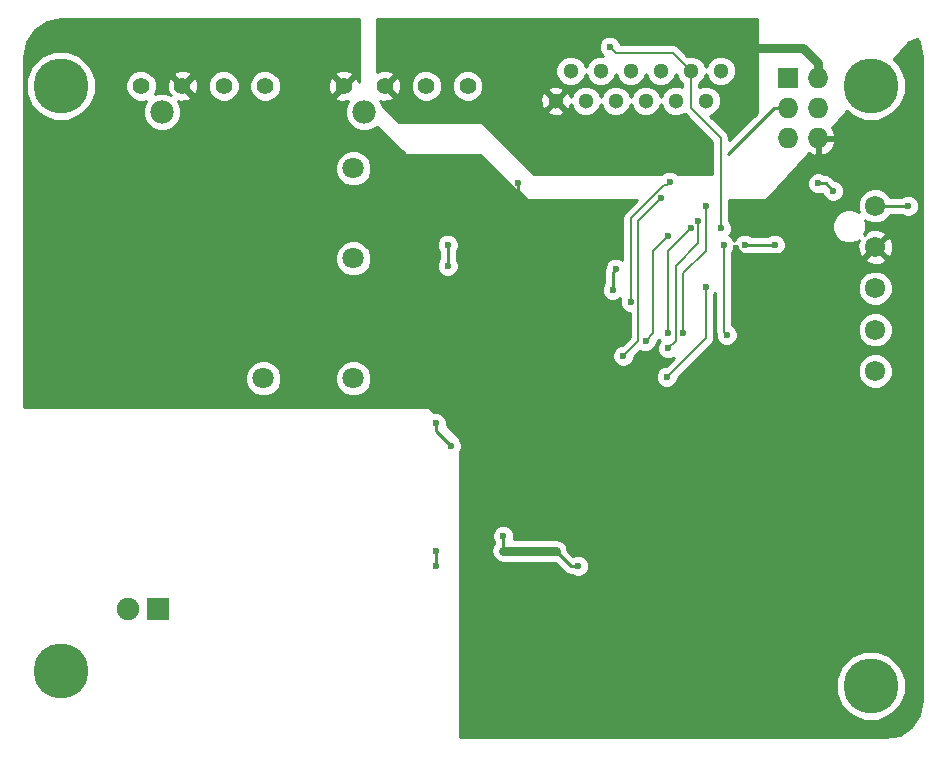
<source format=gbl>
G04 #@! TF.FileFunction,Copper,L2,Bot,Signal*
%FSLAX46Y46*%
G04 Gerber Fmt 4.6, Leading zero omitted, Abs format (unit mm)*
G04 Created by KiCad (PCBNEW 4.0.7-e2-6376~58~ubuntu14.04.1) date Thu Feb  8 20:55:41 2018*
%MOMM*%
%LPD*%
G01*
G04 APERTURE LIST*
%ADD10C,0.100000*%
%ADD11C,4.648200*%
%ADD12C,1.397000*%
%ADD13C,1.981000*%
%ADD14R,1.900000X1.900000*%
%ADD15C,1.900000*%
%ADD16C,1.800000*%
%ADD17R,1.727200X1.727200*%
%ADD18O,1.727200X1.727200*%
%ADD19C,1.300000*%
%ADD20C,1.724000*%
%ADD21C,0.600000*%
%ADD22C,0.254000*%
%ADD23C,0.762000*%
%ADD24C,0.152400*%
G04 APERTURE END LIST*
D10*
D11*
X196850000Y-116840000D03*
X128270000Y-66040000D03*
X128270000Y-115570000D03*
X196850000Y-66040000D03*
D12*
X155730000Y-66040000D03*
X152230000Y-66040000D03*
D13*
X153980000Y-68270000D03*
D12*
X159230000Y-66040000D03*
X162730000Y-66040000D03*
D14*
X136485000Y-110295000D03*
D15*
X133985000Y-110295000D03*
D16*
X153035000Y-90805000D03*
X153035000Y-80645000D03*
X153035000Y-73025000D03*
X145415000Y-90805000D03*
D17*
X189865000Y-65405000D03*
D18*
X192405000Y-65405000D03*
X189865000Y-67945000D03*
X192405000Y-67945000D03*
X189865000Y-70485000D03*
X192405000Y-70485000D03*
D19*
X175260000Y-67310000D03*
X172720000Y-67310000D03*
X170180000Y-67310000D03*
X177800000Y-67310000D03*
X171450000Y-64770000D03*
X173990000Y-64770000D03*
X176530000Y-64770000D03*
X179070000Y-64770000D03*
X180340000Y-67310000D03*
X181610000Y-64770000D03*
X182880000Y-67310000D03*
X184150000Y-64770000D03*
D12*
X138585000Y-66040000D03*
X135085000Y-66040000D03*
D13*
X136835000Y-68270000D03*
D12*
X142085000Y-66040000D03*
X145585000Y-66040000D03*
D20*
X197240000Y-76185000D03*
X197240000Y-79685000D03*
X197240000Y-83185000D03*
X197240000Y-86685000D03*
X197240000Y-90185000D03*
D21*
X194945000Y-73025000D03*
X192405000Y-76200000D03*
X158496000Y-73406000D03*
X167005000Y-74295000D03*
X170815000Y-110490000D03*
X190500000Y-80010000D03*
X149860000Y-91440000D03*
X159385000Y-87630000D03*
X170815000Y-78740000D03*
X190500000Y-89535000D03*
X159385000Y-78740000D03*
X156845000Y-77470000D03*
X168910000Y-96520000D03*
X166948723Y-108641277D03*
X165100000Y-85090000D03*
X168275000Y-83185000D03*
X171450000Y-84455000D03*
X185420000Y-79756000D03*
X135890000Y-92710000D03*
X138938000Y-89154000D03*
X139192000Y-80010000D03*
X127508000Y-76962000D03*
X139446000Y-69596000D03*
X131572000Y-70358000D03*
X163068000Y-115824000D03*
X175768000Y-117602000D03*
X161036000Y-81280000D03*
X161036000Y-79502000D03*
X175260000Y-81534000D03*
X175006000Y-83312000D03*
X173990000Y-70104000D03*
X193675000Y-74930000D03*
X192405000Y-74295000D03*
X200025000Y-76200000D03*
X170180000Y-105410000D03*
X172085000Y-106680000D03*
X175895000Y-71120000D03*
X165735000Y-105410000D03*
X165735000Y-104140000D03*
X161290000Y-96520000D03*
X160020000Y-94615000D03*
X188722000Y-79502000D03*
X186182000Y-79502000D03*
X160020000Y-106680000D03*
X160020000Y-105410000D03*
X179705000Y-78740000D03*
X177800000Y-87630000D03*
X175895000Y-88900000D03*
X179070000Y-75565000D03*
X179705000Y-88265000D03*
X182245000Y-77470000D03*
X182880000Y-83058000D03*
X179578000Y-90678000D03*
X184404000Y-79502000D03*
X184658000Y-87122000D03*
X174752000Y-62738000D03*
X184150000Y-78105000D03*
X182880000Y-76200000D03*
X180975000Y-86995000D03*
X179705000Y-86995000D03*
X181610000Y-78105000D03*
X176530000Y-84328000D03*
X179832000Y-74168000D03*
D22*
X167005000Y-74295000D02*
X167005000Y-74930000D01*
X167005000Y-74930000D02*
X170815000Y-78740000D01*
X185420000Y-79756000D02*
X185928000Y-80264000D01*
X185928000Y-80264000D02*
X189992000Y-80264000D01*
D23*
X170180000Y-105410000D02*
X165735000Y-105410000D01*
D22*
X161036000Y-81280000D02*
X161036000Y-79502000D01*
X175006000Y-83312000D02*
X175006000Y-81788000D01*
X175006000Y-81788000D02*
X175260000Y-81534000D01*
X192405000Y-74295000D02*
X193040000Y-74295000D01*
X193040000Y-74295000D02*
X193675000Y-74930000D01*
X200025000Y-76200000D02*
X197255000Y-76200000D01*
X197255000Y-76200000D02*
X197240000Y-76185000D01*
X172085000Y-106680000D02*
X171450000Y-106680000D01*
X171450000Y-106680000D02*
X170180000Y-105410000D01*
D23*
X191135000Y-62865000D02*
X182880000Y-62865000D01*
X192405000Y-64135000D02*
X191135000Y-62865000D01*
X192405000Y-65405000D02*
X192405000Y-64135000D01*
D22*
X165735000Y-104140000D02*
X165735000Y-105410000D01*
X160020000Y-94615000D02*
X160020000Y-95250000D01*
X160020000Y-95250000D02*
X161290000Y-96520000D01*
X186182000Y-79502000D02*
X188722000Y-79502000D01*
X160020000Y-105410000D02*
X160020000Y-106680000D01*
D24*
X179705000Y-78740000D02*
X178435000Y-80010000D01*
X178435000Y-80010000D02*
X178435000Y-86995000D01*
X178435000Y-86995000D02*
X177800000Y-87630000D01*
X175895000Y-88900000D02*
X177165000Y-87630000D01*
X177165000Y-87630000D02*
X177165000Y-77470000D01*
X177165000Y-77470000D02*
X179070000Y-75565000D01*
X179705000Y-88265000D02*
X180340000Y-87630000D01*
X180340000Y-87630000D02*
X180340000Y-81280000D01*
X180340000Y-81280000D02*
X182245000Y-79375000D01*
X182245000Y-79375000D02*
X182245000Y-77470000D01*
D22*
X189865000Y-67945000D02*
X188643686Y-67945000D01*
X188643686Y-67945000D02*
X184785000Y-71803686D01*
D24*
X182880000Y-87376000D02*
X182880000Y-83058000D01*
X179578000Y-90678000D02*
X182880000Y-87376000D01*
X184404000Y-86868000D02*
X184404000Y-79502000D01*
X184658000Y-87122000D02*
X184404000Y-86868000D01*
X180086000Y-63246000D02*
X181610000Y-64770000D01*
X175260000Y-63246000D02*
X180086000Y-63246000D01*
X174752000Y-62738000D02*
X175260000Y-63246000D01*
X181610000Y-64770000D02*
X181610000Y-67945000D01*
X184150000Y-70485000D02*
X184150000Y-78105000D01*
X181610000Y-67945000D02*
X184150000Y-70485000D01*
X182880000Y-76200000D02*
X182880000Y-80010000D01*
X182880000Y-80010000D02*
X180975000Y-81915000D01*
X180975000Y-81915000D02*
X180975000Y-86995000D01*
X179705000Y-80010000D02*
X179705000Y-86995000D01*
X181610000Y-78105000D02*
X179705000Y-80010000D01*
X176530000Y-77216000D02*
X176530000Y-84328000D01*
X179324000Y-74422000D02*
X176530000Y-77216000D01*
X179578000Y-74422000D02*
X179324000Y-74422000D01*
X179832000Y-74168000D02*
X179578000Y-74422000D01*
D22*
G36*
X187198000Y-68313056D02*
X184861200Y-70649856D01*
X184861200Y-70485000D01*
X184807063Y-70212836D01*
X184755906Y-70136274D01*
X184652894Y-69982105D01*
X183227554Y-68556766D01*
X183606943Y-68400005D01*
X183968735Y-68038845D01*
X184164777Y-67566724D01*
X184165223Y-67055519D01*
X183970005Y-66583057D01*
X183608845Y-66221265D01*
X183136724Y-66025223D01*
X182625519Y-66024777D01*
X182321200Y-66150519D01*
X182321200Y-65866510D01*
X182336943Y-65860005D01*
X182698735Y-65498845D01*
X182880205Y-65061818D01*
X183059995Y-65496943D01*
X183421155Y-65858735D01*
X183893276Y-66054777D01*
X184404481Y-66055223D01*
X184876943Y-65860005D01*
X185238735Y-65498845D01*
X185434777Y-65026724D01*
X185435223Y-64515519D01*
X185240005Y-64043057D01*
X184878845Y-63681265D01*
X184406724Y-63485223D01*
X183895519Y-63484777D01*
X183423057Y-63679995D01*
X183061265Y-64041155D01*
X182879795Y-64478182D01*
X182700005Y-64043057D01*
X182338845Y-63681265D01*
X181866724Y-63485223D01*
X181355519Y-63484777D01*
X181337861Y-63492073D01*
X180588894Y-62743106D01*
X180358165Y-62588937D01*
X180086000Y-62534800D01*
X175679711Y-62534800D01*
X175545117Y-62209057D01*
X175282327Y-61945808D01*
X174938799Y-61803162D01*
X174566833Y-61802838D01*
X174223057Y-61944883D01*
X173959808Y-62207673D01*
X173817162Y-62551201D01*
X173816838Y-62923167D01*
X173958883Y-63266943D01*
X174176721Y-63485162D01*
X173735519Y-63484777D01*
X173263057Y-63679995D01*
X172901265Y-64041155D01*
X172719795Y-64478182D01*
X172540005Y-64043057D01*
X172178845Y-63681265D01*
X171706724Y-63485223D01*
X171195519Y-63484777D01*
X170723057Y-63679995D01*
X170361265Y-64041155D01*
X170165223Y-64513276D01*
X170164777Y-65024481D01*
X170359995Y-65496943D01*
X170721155Y-65858735D01*
X171193276Y-66054777D01*
X171704481Y-66055223D01*
X172176943Y-65860005D01*
X172538735Y-65498845D01*
X172720205Y-65061818D01*
X172899995Y-65496943D01*
X173261155Y-65858735D01*
X173733276Y-66054777D01*
X174244481Y-66055223D01*
X174716943Y-65860005D01*
X175078735Y-65498845D01*
X175260205Y-65061818D01*
X175439995Y-65496943D01*
X175801155Y-65858735D01*
X176273276Y-66054777D01*
X176784481Y-66055223D01*
X177256943Y-65860005D01*
X177618735Y-65498845D01*
X177800205Y-65061818D01*
X177979995Y-65496943D01*
X178341155Y-65858735D01*
X178813276Y-66054777D01*
X179324481Y-66055223D01*
X179796943Y-65860005D01*
X180158735Y-65498845D01*
X180340205Y-65061818D01*
X180519995Y-65496943D01*
X180881155Y-65858735D01*
X180898800Y-65866062D01*
X180898800Y-66150656D01*
X180596724Y-66025223D01*
X180085519Y-66024777D01*
X179613057Y-66219995D01*
X179251265Y-66581155D01*
X179069795Y-67018182D01*
X178890005Y-66583057D01*
X178528845Y-66221265D01*
X178056724Y-66025223D01*
X177545519Y-66024777D01*
X177073057Y-66219995D01*
X176711265Y-66581155D01*
X176529795Y-67018182D01*
X176350005Y-66583057D01*
X175988845Y-66221265D01*
X175516724Y-66025223D01*
X175005519Y-66024777D01*
X174533057Y-66219995D01*
X174171265Y-66581155D01*
X173989795Y-67018182D01*
X173810005Y-66583057D01*
X173448845Y-66221265D01*
X172976724Y-66025223D01*
X172465519Y-66024777D01*
X171993057Y-66219995D01*
X171631265Y-66581155D01*
X171450203Y-67017200D01*
X171448083Y-66980572D01*
X171309611Y-66646271D01*
X171079016Y-66590590D01*
X170359605Y-67310000D01*
X171079016Y-68029410D01*
X171309611Y-67973729D01*
X171444139Y-67587140D01*
X171629995Y-68036943D01*
X171991155Y-68398735D01*
X172463276Y-68594777D01*
X172974481Y-68595223D01*
X173446943Y-68400005D01*
X173808735Y-68038845D01*
X173990205Y-67601818D01*
X174169995Y-68036943D01*
X174531155Y-68398735D01*
X175003276Y-68594777D01*
X175514481Y-68595223D01*
X175986943Y-68400005D01*
X176348735Y-68038845D01*
X176530205Y-67601818D01*
X176709995Y-68036943D01*
X177071155Y-68398735D01*
X177543276Y-68594777D01*
X178054481Y-68595223D01*
X178526943Y-68400005D01*
X178888735Y-68038845D01*
X179070205Y-67601818D01*
X179249995Y-68036943D01*
X179611155Y-68398735D01*
X180083276Y-68594777D01*
X180594481Y-68595223D01*
X181066943Y-68400005D01*
X181071841Y-68395116D01*
X181107106Y-68447894D01*
X183438800Y-70779589D01*
X183438800Y-73533000D01*
X180519245Y-73533000D01*
X180362327Y-73375808D01*
X180018799Y-73233162D01*
X179646833Y-73232838D01*
X179303057Y-73374883D01*
X179144664Y-73533000D01*
X168327606Y-73533000D01*
X163919803Y-69125197D01*
X163877789Y-69097334D01*
X163830000Y-69088000D01*
X156897606Y-69088000D01*
X156018622Y-68209016D01*
X169460590Y-68209016D01*
X169516271Y-68439611D01*
X169999078Y-68607622D01*
X170509428Y-68578083D01*
X170843729Y-68439611D01*
X170899410Y-68209016D01*
X170180000Y-67489605D01*
X169460590Y-68209016D01*
X156018622Y-68209016D01*
X155498815Y-67689209D01*
X155358835Y-67350431D01*
X155316696Y-67308219D01*
X155537480Y-67385927D01*
X156067199Y-67357148D01*
X156422929Y-67209800D01*
X156484583Y-66974188D01*
X155730000Y-66219605D01*
X155715858Y-66233748D01*
X155536253Y-66054143D01*
X155550395Y-66040000D01*
X155909605Y-66040000D01*
X156664188Y-66794583D01*
X156899800Y-66732929D01*
X157050738Y-66304086D01*
X157896269Y-66304086D01*
X158098854Y-66794380D01*
X158473647Y-67169827D01*
X158963587Y-67373268D01*
X159494086Y-67373731D01*
X159984380Y-67171146D01*
X160359827Y-66796353D01*
X160563268Y-66306413D01*
X160563270Y-66304086D01*
X161396269Y-66304086D01*
X161598854Y-66794380D01*
X161973647Y-67169827D01*
X162463587Y-67373268D01*
X162994086Y-67373731D01*
X163484380Y-67171146D01*
X163526521Y-67129078D01*
X168882378Y-67129078D01*
X168911917Y-67639428D01*
X169050389Y-67973729D01*
X169280984Y-68029410D01*
X170000395Y-67310000D01*
X169280984Y-66590590D01*
X169050389Y-66646271D01*
X168882378Y-67129078D01*
X163526521Y-67129078D01*
X163859827Y-66796353D01*
X164019846Y-66410984D01*
X169460590Y-66410984D01*
X170180000Y-67130395D01*
X170899410Y-66410984D01*
X170843729Y-66180389D01*
X170360922Y-66012378D01*
X169850572Y-66041917D01*
X169516271Y-66180389D01*
X169460590Y-66410984D01*
X164019846Y-66410984D01*
X164063268Y-66306413D01*
X164063731Y-65775914D01*
X163861146Y-65285620D01*
X163486353Y-64910173D01*
X162996413Y-64706732D01*
X162465914Y-64706269D01*
X161975620Y-64908854D01*
X161600173Y-65283647D01*
X161396732Y-65773587D01*
X161396269Y-66304086D01*
X160563270Y-66304086D01*
X160563731Y-65775914D01*
X160361146Y-65285620D01*
X159986353Y-64910173D01*
X159496413Y-64706732D01*
X158965914Y-64706269D01*
X158475620Y-64908854D01*
X158100173Y-65283647D01*
X157896732Y-65773587D01*
X157896269Y-66304086D01*
X157050738Y-66304086D01*
X157075927Y-66232520D01*
X157047148Y-65702801D01*
X156899800Y-65347071D01*
X156664188Y-65285417D01*
X155909605Y-66040000D01*
X155550395Y-66040000D01*
X155536253Y-66025858D01*
X155715858Y-65846253D01*
X155730000Y-65860395D01*
X156484583Y-65105812D01*
X156422929Y-64870200D01*
X155922520Y-64694073D01*
X155392801Y-64722852D01*
X155067000Y-64857803D01*
X155067000Y-60400000D01*
X187198000Y-60400000D01*
X187198000Y-68313056D01*
X187198000Y-68313056D01*
G37*
X187198000Y-68313056D02*
X184861200Y-70649856D01*
X184861200Y-70485000D01*
X184807063Y-70212836D01*
X184755906Y-70136274D01*
X184652894Y-69982105D01*
X183227554Y-68556766D01*
X183606943Y-68400005D01*
X183968735Y-68038845D01*
X184164777Y-67566724D01*
X184165223Y-67055519D01*
X183970005Y-66583057D01*
X183608845Y-66221265D01*
X183136724Y-66025223D01*
X182625519Y-66024777D01*
X182321200Y-66150519D01*
X182321200Y-65866510D01*
X182336943Y-65860005D01*
X182698735Y-65498845D01*
X182880205Y-65061818D01*
X183059995Y-65496943D01*
X183421155Y-65858735D01*
X183893276Y-66054777D01*
X184404481Y-66055223D01*
X184876943Y-65860005D01*
X185238735Y-65498845D01*
X185434777Y-65026724D01*
X185435223Y-64515519D01*
X185240005Y-64043057D01*
X184878845Y-63681265D01*
X184406724Y-63485223D01*
X183895519Y-63484777D01*
X183423057Y-63679995D01*
X183061265Y-64041155D01*
X182879795Y-64478182D01*
X182700005Y-64043057D01*
X182338845Y-63681265D01*
X181866724Y-63485223D01*
X181355519Y-63484777D01*
X181337861Y-63492073D01*
X180588894Y-62743106D01*
X180358165Y-62588937D01*
X180086000Y-62534800D01*
X175679711Y-62534800D01*
X175545117Y-62209057D01*
X175282327Y-61945808D01*
X174938799Y-61803162D01*
X174566833Y-61802838D01*
X174223057Y-61944883D01*
X173959808Y-62207673D01*
X173817162Y-62551201D01*
X173816838Y-62923167D01*
X173958883Y-63266943D01*
X174176721Y-63485162D01*
X173735519Y-63484777D01*
X173263057Y-63679995D01*
X172901265Y-64041155D01*
X172719795Y-64478182D01*
X172540005Y-64043057D01*
X172178845Y-63681265D01*
X171706724Y-63485223D01*
X171195519Y-63484777D01*
X170723057Y-63679995D01*
X170361265Y-64041155D01*
X170165223Y-64513276D01*
X170164777Y-65024481D01*
X170359995Y-65496943D01*
X170721155Y-65858735D01*
X171193276Y-66054777D01*
X171704481Y-66055223D01*
X172176943Y-65860005D01*
X172538735Y-65498845D01*
X172720205Y-65061818D01*
X172899995Y-65496943D01*
X173261155Y-65858735D01*
X173733276Y-66054777D01*
X174244481Y-66055223D01*
X174716943Y-65860005D01*
X175078735Y-65498845D01*
X175260205Y-65061818D01*
X175439995Y-65496943D01*
X175801155Y-65858735D01*
X176273276Y-66054777D01*
X176784481Y-66055223D01*
X177256943Y-65860005D01*
X177618735Y-65498845D01*
X177800205Y-65061818D01*
X177979995Y-65496943D01*
X178341155Y-65858735D01*
X178813276Y-66054777D01*
X179324481Y-66055223D01*
X179796943Y-65860005D01*
X180158735Y-65498845D01*
X180340205Y-65061818D01*
X180519995Y-65496943D01*
X180881155Y-65858735D01*
X180898800Y-65866062D01*
X180898800Y-66150656D01*
X180596724Y-66025223D01*
X180085519Y-66024777D01*
X179613057Y-66219995D01*
X179251265Y-66581155D01*
X179069795Y-67018182D01*
X178890005Y-66583057D01*
X178528845Y-66221265D01*
X178056724Y-66025223D01*
X177545519Y-66024777D01*
X177073057Y-66219995D01*
X176711265Y-66581155D01*
X176529795Y-67018182D01*
X176350005Y-66583057D01*
X175988845Y-66221265D01*
X175516724Y-66025223D01*
X175005519Y-66024777D01*
X174533057Y-66219995D01*
X174171265Y-66581155D01*
X173989795Y-67018182D01*
X173810005Y-66583057D01*
X173448845Y-66221265D01*
X172976724Y-66025223D01*
X172465519Y-66024777D01*
X171993057Y-66219995D01*
X171631265Y-66581155D01*
X171450203Y-67017200D01*
X171448083Y-66980572D01*
X171309611Y-66646271D01*
X171079016Y-66590590D01*
X170359605Y-67310000D01*
X171079016Y-68029410D01*
X171309611Y-67973729D01*
X171444139Y-67587140D01*
X171629995Y-68036943D01*
X171991155Y-68398735D01*
X172463276Y-68594777D01*
X172974481Y-68595223D01*
X173446943Y-68400005D01*
X173808735Y-68038845D01*
X173990205Y-67601818D01*
X174169995Y-68036943D01*
X174531155Y-68398735D01*
X175003276Y-68594777D01*
X175514481Y-68595223D01*
X175986943Y-68400005D01*
X176348735Y-68038845D01*
X176530205Y-67601818D01*
X176709995Y-68036943D01*
X177071155Y-68398735D01*
X177543276Y-68594777D01*
X178054481Y-68595223D01*
X178526943Y-68400005D01*
X178888735Y-68038845D01*
X179070205Y-67601818D01*
X179249995Y-68036943D01*
X179611155Y-68398735D01*
X180083276Y-68594777D01*
X180594481Y-68595223D01*
X181066943Y-68400005D01*
X181071841Y-68395116D01*
X181107106Y-68447894D01*
X183438800Y-70779589D01*
X183438800Y-73533000D01*
X180519245Y-73533000D01*
X180362327Y-73375808D01*
X180018799Y-73233162D01*
X179646833Y-73232838D01*
X179303057Y-73374883D01*
X179144664Y-73533000D01*
X168327606Y-73533000D01*
X163919803Y-69125197D01*
X163877789Y-69097334D01*
X163830000Y-69088000D01*
X156897606Y-69088000D01*
X156018622Y-68209016D01*
X169460590Y-68209016D01*
X169516271Y-68439611D01*
X169999078Y-68607622D01*
X170509428Y-68578083D01*
X170843729Y-68439611D01*
X170899410Y-68209016D01*
X170180000Y-67489605D01*
X169460590Y-68209016D01*
X156018622Y-68209016D01*
X155498815Y-67689209D01*
X155358835Y-67350431D01*
X155316696Y-67308219D01*
X155537480Y-67385927D01*
X156067199Y-67357148D01*
X156422929Y-67209800D01*
X156484583Y-66974188D01*
X155730000Y-66219605D01*
X155715858Y-66233748D01*
X155536253Y-66054143D01*
X155550395Y-66040000D01*
X155909605Y-66040000D01*
X156664188Y-66794583D01*
X156899800Y-66732929D01*
X157050738Y-66304086D01*
X157896269Y-66304086D01*
X158098854Y-66794380D01*
X158473647Y-67169827D01*
X158963587Y-67373268D01*
X159494086Y-67373731D01*
X159984380Y-67171146D01*
X160359827Y-66796353D01*
X160563268Y-66306413D01*
X160563270Y-66304086D01*
X161396269Y-66304086D01*
X161598854Y-66794380D01*
X161973647Y-67169827D01*
X162463587Y-67373268D01*
X162994086Y-67373731D01*
X163484380Y-67171146D01*
X163526521Y-67129078D01*
X168882378Y-67129078D01*
X168911917Y-67639428D01*
X169050389Y-67973729D01*
X169280984Y-68029410D01*
X170000395Y-67310000D01*
X169280984Y-66590590D01*
X169050389Y-66646271D01*
X168882378Y-67129078D01*
X163526521Y-67129078D01*
X163859827Y-66796353D01*
X164019846Y-66410984D01*
X169460590Y-66410984D01*
X170180000Y-67130395D01*
X170899410Y-66410984D01*
X170843729Y-66180389D01*
X170360922Y-66012378D01*
X169850572Y-66041917D01*
X169516271Y-66180389D01*
X169460590Y-66410984D01*
X164019846Y-66410984D01*
X164063268Y-66306413D01*
X164063731Y-65775914D01*
X163861146Y-65285620D01*
X163486353Y-64910173D01*
X162996413Y-64706732D01*
X162465914Y-64706269D01*
X161975620Y-64908854D01*
X161600173Y-65283647D01*
X161396732Y-65773587D01*
X161396269Y-66304086D01*
X160563270Y-66304086D01*
X160563731Y-65775914D01*
X160361146Y-65285620D01*
X159986353Y-64910173D01*
X159496413Y-64706732D01*
X158965914Y-64706269D01*
X158475620Y-64908854D01*
X158100173Y-65283647D01*
X157896732Y-65773587D01*
X157896269Y-66304086D01*
X157050738Y-66304086D01*
X157075927Y-66232520D01*
X157047148Y-65702801D01*
X156899800Y-65347071D01*
X156664188Y-65285417D01*
X155909605Y-66040000D01*
X155550395Y-66040000D01*
X155536253Y-66025858D01*
X155715858Y-65846253D01*
X155730000Y-65860395D01*
X156484583Y-65105812D01*
X156422929Y-64870200D01*
X155922520Y-64694073D01*
X155392801Y-64722852D01*
X155067000Y-64857803D01*
X155067000Y-60400000D01*
X187198000Y-60400000D01*
X187198000Y-68313056D01*
G36*
X153543000Y-65692787D02*
X153399800Y-65347071D01*
X153164188Y-65285417D01*
X152409605Y-66040000D01*
X152423748Y-66054143D01*
X152244143Y-66233748D01*
X152230000Y-66219605D01*
X151475417Y-66974188D01*
X151537071Y-67209800D01*
X152037480Y-67385927D01*
X152567199Y-67357148D01*
X152612382Y-67338433D01*
X152602772Y-67348026D01*
X152354783Y-67945250D01*
X152354219Y-68591913D01*
X152601165Y-69189569D01*
X153058026Y-69647228D01*
X153655250Y-69895217D01*
X154301913Y-69895781D01*
X154899569Y-69648835D01*
X155047028Y-69501634D01*
X157390197Y-71844803D01*
X157432211Y-71872666D01*
X157480000Y-71882000D01*
X163777394Y-71882000D01*
X167550197Y-75654803D01*
X167592211Y-75682666D01*
X167640000Y-75692000D01*
X177048212Y-75692000D01*
X176027106Y-76713106D01*
X175872937Y-76943835D01*
X175872937Y-76943836D01*
X175818800Y-77216000D01*
X175818800Y-80770331D01*
X175790327Y-80741808D01*
X175446799Y-80599162D01*
X175074833Y-80598838D01*
X174731057Y-80740883D01*
X174467808Y-81003673D01*
X174325162Y-81347201D01*
X174325062Y-81461886D01*
X174302004Y-81496395D01*
X174244000Y-81788000D01*
X174244000Y-82751534D01*
X174213808Y-82781673D01*
X174071162Y-83125201D01*
X174070838Y-83497167D01*
X174212883Y-83840943D01*
X174475673Y-84104192D01*
X174819201Y-84246838D01*
X175191167Y-84247162D01*
X175534943Y-84105117D01*
X175663388Y-83976896D01*
X175595162Y-84141201D01*
X175594838Y-84513167D01*
X175736883Y-84856943D01*
X175999673Y-85120192D01*
X176343201Y-85262838D01*
X176453800Y-85262934D01*
X176453800Y-87335411D01*
X175824274Y-87964938D01*
X175709833Y-87964838D01*
X175366057Y-88106883D01*
X175102808Y-88369673D01*
X174960162Y-88713201D01*
X174959838Y-89085167D01*
X175101883Y-89428943D01*
X175364673Y-89692192D01*
X175708201Y-89834838D01*
X176080167Y-89835162D01*
X176423943Y-89693117D01*
X176687192Y-89430327D01*
X176829838Y-89086799D01*
X176829939Y-88970849D01*
X177346638Y-88454151D01*
X177613201Y-88564838D01*
X177985167Y-88565162D01*
X178328943Y-88423117D01*
X178592192Y-88160327D01*
X178734838Y-87816799D01*
X178734939Y-87700850D01*
X178911872Y-87523917D01*
X178911883Y-87523943D01*
X179017710Y-87629954D01*
X178912808Y-87734673D01*
X178770162Y-88078201D01*
X178769838Y-88450167D01*
X178911883Y-88793943D01*
X179174673Y-89057192D01*
X179518201Y-89199838D01*
X179890167Y-89200162D01*
X180162629Y-89087583D01*
X179507274Y-89742938D01*
X179392833Y-89742838D01*
X179049057Y-89884883D01*
X178785808Y-90147673D01*
X178643162Y-90491201D01*
X178642838Y-90863167D01*
X178784883Y-91206943D01*
X179047673Y-91470192D01*
X179391201Y-91612838D01*
X179763167Y-91613162D01*
X180106943Y-91471117D01*
X180370192Y-91208327D01*
X180512838Y-90864799D01*
X180512939Y-90748849D01*
X180780323Y-90481465D01*
X195742741Y-90481465D01*
X195970165Y-91031875D01*
X196390910Y-91453355D01*
X196940922Y-91681740D01*
X197536465Y-91682259D01*
X198086875Y-91454835D01*
X198508355Y-91034090D01*
X198736740Y-90484078D01*
X198737259Y-89888535D01*
X198509835Y-89338125D01*
X198089090Y-88916645D01*
X197539078Y-88688260D01*
X196943535Y-88687741D01*
X196393125Y-88915165D01*
X195971645Y-89335910D01*
X195743260Y-89885922D01*
X195742741Y-90481465D01*
X180780323Y-90481465D01*
X183382894Y-87878894D01*
X183537063Y-87648165D01*
X183561772Y-87523943D01*
X183591200Y-87376000D01*
X183591200Y-83669178D01*
X183672192Y-83588327D01*
X183692800Y-83538698D01*
X183692800Y-86868000D01*
X183723088Y-87020268D01*
X183722838Y-87307167D01*
X183864883Y-87650943D01*
X184127673Y-87914192D01*
X184471201Y-88056838D01*
X184843167Y-88057162D01*
X185186943Y-87915117D01*
X185450192Y-87652327D01*
X185592838Y-87308799D01*
X185593123Y-86981465D01*
X195742741Y-86981465D01*
X195970165Y-87531875D01*
X196390910Y-87953355D01*
X196940922Y-88181740D01*
X197536465Y-88182259D01*
X198086875Y-87954835D01*
X198508355Y-87534090D01*
X198736740Y-86984078D01*
X198737259Y-86388535D01*
X198509835Y-85838125D01*
X198089090Y-85416645D01*
X197539078Y-85188260D01*
X196943535Y-85187741D01*
X196393125Y-85415165D01*
X195971645Y-85835910D01*
X195743260Y-86385922D01*
X195742741Y-86981465D01*
X185593123Y-86981465D01*
X185593162Y-86936833D01*
X185451117Y-86593057D01*
X185188327Y-86329808D01*
X185115200Y-86299443D01*
X185115200Y-83481465D01*
X195742741Y-83481465D01*
X195970165Y-84031875D01*
X196390910Y-84453355D01*
X196940922Y-84681740D01*
X197536465Y-84682259D01*
X198086875Y-84454835D01*
X198508355Y-84034090D01*
X198736740Y-83484078D01*
X198737259Y-82888535D01*
X198509835Y-82338125D01*
X198089090Y-81916645D01*
X197539078Y-81688260D01*
X196943535Y-81687741D01*
X196393125Y-81915165D01*
X195971645Y-82335910D01*
X195743260Y-82885922D01*
X195742741Y-83481465D01*
X185115200Y-83481465D01*
X185115200Y-80737647D01*
X196366958Y-80737647D01*
X196448704Y-80990192D01*
X197008413Y-81193656D01*
X197603379Y-81167442D01*
X198031296Y-80990192D01*
X198113042Y-80737647D01*
X197240000Y-79864605D01*
X196366958Y-80737647D01*
X185115200Y-80737647D01*
X185115200Y-80113178D01*
X185196192Y-80032327D01*
X185293062Y-79799039D01*
X185388883Y-80030943D01*
X185651673Y-80294192D01*
X185995201Y-80436838D01*
X186367167Y-80437162D01*
X186710943Y-80295117D01*
X186742114Y-80264000D01*
X188161534Y-80264000D01*
X188191673Y-80294192D01*
X188535201Y-80436838D01*
X188907167Y-80437162D01*
X189250943Y-80295117D01*
X189514192Y-80032327D01*
X189656838Y-79688799D01*
X189657162Y-79316833D01*
X189515117Y-78973057D01*
X189252327Y-78709808D01*
X188908799Y-78567162D01*
X188536833Y-78566838D01*
X188193057Y-78708883D01*
X188161886Y-78740000D01*
X186742466Y-78740000D01*
X186712327Y-78709808D01*
X186368799Y-78567162D01*
X185996833Y-78566838D01*
X185653057Y-78708883D01*
X185389808Y-78971673D01*
X185292938Y-79204961D01*
X185197117Y-78973057D01*
X184934327Y-78709808D01*
X184887189Y-78690234D01*
X184942192Y-78635327D01*
X185084838Y-78291799D01*
X185084901Y-78219187D01*
X193574752Y-78219187D01*
X193792757Y-78746800D01*
X194196077Y-79150824D01*
X194723309Y-79369750D01*
X195294187Y-79370248D01*
X195821800Y-79152243D01*
X195851660Y-79122435D01*
X195731344Y-79453413D01*
X195757558Y-80048379D01*
X195934808Y-80476296D01*
X196187353Y-80558042D01*
X197060395Y-79685000D01*
X197419605Y-79685000D01*
X198292647Y-80558042D01*
X198545192Y-80476296D01*
X198748656Y-79916587D01*
X198722442Y-79321621D01*
X198545192Y-78893704D01*
X198292647Y-78811958D01*
X197419605Y-79685000D01*
X197060395Y-79685000D01*
X197046253Y-79670858D01*
X197225858Y-79491253D01*
X197240000Y-79505395D01*
X198113042Y-78632353D01*
X198031296Y-78379808D01*
X197471587Y-78176344D01*
X196876621Y-78202558D01*
X196448704Y-78379808D01*
X196366959Y-78632351D01*
X196301436Y-78566828D01*
X196444750Y-78221691D01*
X196445248Y-77650813D01*
X196344415Y-77406779D01*
X196390910Y-77453355D01*
X196940922Y-77681740D01*
X197536465Y-77682259D01*
X198086875Y-77454835D01*
X198508355Y-77034090D01*
X198538289Y-76962000D01*
X199464534Y-76962000D01*
X199494673Y-76992192D01*
X199838201Y-77134838D01*
X200210167Y-77135162D01*
X200553943Y-76993117D01*
X200817192Y-76730327D01*
X200959838Y-76386799D01*
X200960162Y-76014833D01*
X200818117Y-75671057D01*
X200555327Y-75407808D01*
X200211799Y-75265162D01*
X199839833Y-75264838D01*
X199496057Y-75406883D01*
X199464886Y-75438000D01*
X198551102Y-75438000D01*
X198509835Y-75338125D01*
X198089090Y-74916645D01*
X197539078Y-74688260D01*
X196943535Y-74687741D01*
X196393125Y-74915165D01*
X195971645Y-75335910D01*
X195743260Y-75885922D01*
X195742741Y-76481465D01*
X195852993Y-76748297D01*
X195823923Y-76719176D01*
X195296691Y-76500250D01*
X194725813Y-76499752D01*
X194198200Y-76717757D01*
X193794176Y-77121077D01*
X193575250Y-77648309D01*
X193574752Y-78219187D01*
X185084901Y-78219187D01*
X185085162Y-77919833D01*
X184943117Y-77576057D01*
X184861200Y-77493997D01*
X184861200Y-75692000D01*
X187960000Y-75692000D01*
X188009410Y-75681994D01*
X188054175Y-75650206D01*
X189112781Y-74480167D01*
X191469838Y-74480167D01*
X191611883Y-74823943D01*
X191874673Y-75087192D01*
X192218201Y-75229838D01*
X192590167Y-75230162D01*
X192758597Y-75160568D01*
X192881883Y-75458943D01*
X193144673Y-75722192D01*
X193488201Y-75864838D01*
X193860167Y-75865162D01*
X194203943Y-75723117D01*
X194467192Y-75460327D01*
X194609838Y-75116799D01*
X194610162Y-74744833D01*
X194468117Y-74401057D01*
X194205327Y-74137808D01*
X193861799Y-73995162D01*
X193817754Y-73995124D01*
X193578815Y-73756185D01*
X193442506Y-73665106D01*
X193331605Y-73591004D01*
X193040000Y-73533000D01*
X192965466Y-73533000D01*
X192935327Y-73502808D01*
X192591799Y-73360162D01*
X192219833Y-73359838D01*
X191876057Y-73501883D01*
X191612808Y-73764673D01*
X191470162Y-74108201D01*
X191469838Y-74480167D01*
X189112781Y-74480167D01*
X191600118Y-71731006D01*
X192045973Y-71939968D01*
X192278000Y-71819469D01*
X192278000Y-70981768D01*
X192532000Y-70701031D01*
X192532000Y-71819469D01*
X192764027Y-71939968D01*
X193293490Y-71691821D01*
X193687688Y-71259947D01*
X193859958Y-70844026D01*
X193738817Y-70612000D01*
X192612552Y-70612000D01*
X192842361Y-70358000D01*
X193738817Y-70358000D01*
X193859958Y-70125974D01*
X193687688Y-69710053D01*
X193557573Y-69567503D01*
X194809217Y-68184107D01*
X195171616Y-68547140D01*
X196258816Y-68998585D01*
X197436019Y-68999612D01*
X198524006Y-68550065D01*
X199357140Y-67718384D01*
X199808585Y-66631184D01*
X199809612Y-65453981D01*
X199360065Y-64365994D01*
X198784951Y-63789875D01*
X200099455Y-62337002D01*
X200796816Y-62058058D01*
X200971175Y-62319005D01*
X201220000Y-63569931D01*
X201220000Y-118040069D01*
X200971175Y-119290995D01*
X200302196Y-120292196D01*
X199300995Y-120961176D01*
X198050069Y-121210000D01*
X162052000Y-121210000D01*
X162052000Y-117426019D01*
X193890388Y-117426019D01*
X194339935Y-118514006D01*
X195171616Y-119347140D01*
X196258816Y-119798585D01*
X197436019Y-119799612D01*
X198524006Y-119350065D01*
X199357140Y-118518384D01*
X199808585Y-117431184D01*
X199809612Y-116253981D01*
X199360065Y-115165994D01*
X198528384Y-114332860D01*
X197441184Y-113881415D01*
X196263981Y-113880388D01*
X195175994Y-114329935D01*
X194342860Y-115161616D01*
X193891415Y-116248816D01*
X193890388Y-117426019D01*
X162052000Y-117426019D01*
X162052000Y-105410000D01*
X164719000Y-105410000D01*
X164796338Y-105798806D01*
X165016580Y-106128420D01*
X165346194Y-106348662D01*
X165735000Y-106426000D01*
X170118370Y-106426000D01*
X170911184Y-107218815D01*
X171158395Y-107383996D01*
X171450000Y-107442000D01*
X171524534Y-107442000D01*
X171554673Y-107472192D01*
X171898201Y-107614838D01*
X172270167Y-107615162D01*
X172613943Y-107473117D01*
X172877192Y-107210327D01*
X173019838Y-106866799D01*
X173020162Y-106494833D01*
X172878117Y-106151057D01*
X172615327Y-105887808D01*
X172271799Y-105745162D01*
X171899833Y-105744838D01*
X171682336Y-105834706D01*
X171180697Y-105333067D01*
X171118662Y-105021194D01*
X170898420Y-104691580D01*
X170568806Y-104471338D01*
X170180000Y-104394000D01*
X166641934Y-104394000D01*
X166669838Y-104326799D01*
X166670162Y-103954833D01*
X166528117Y-103611057D01*
X166265327Y-103347808D01*
X165921799Y-103205162D01*
X165549833Y-103204838D01*
X165206057Y-103346883D01*
X164942808Y-103609673D01*
X164800162Y-103953201D01*
X164799838Y-104325167D01*
X164941883Y-104668943D01*
X164973000Y-104700114D01*
X164973000Y-104756802D01*
X164796338Y-105021194D01*
X164719000Y-105410000D01*
X162052000Y-105410000D01*
X162052000Y-97080466D01*
X162082192Y-97050327D01*
X162224838Y-96706799D01*
X162225162Y-96334833D01*
X162083117Y-95991057D01*
X162052000Y-95959886D01*
X162052000Y-95885000D01*
X162041994Y-95835590D01*
X162014803Y-95795197D01*
X160954896Y-94735290D01*
X160955162Y-94429833D01*
X160813117Y-94086057D01*
X160550327Y-93822808D01*
X160206799Y-93680162D01*
X159899500Y-93679894D01*
X159474803Y-93255197D01*
X159432789Y-93227334D01*
X159385000Y-93218000D01*
X125170000Y-93218000D01*
X125170000Y-91108991D01*
X143879735Y-91108991D01*
X144112932Y-91673371D01*
X144544357Y-92105551D01*
X145108330Y-92339733D01*
X145718991Y-92340265D01*
X146283371Y-92107068D01*
X146715551Y-91675643D01*
X146949733Y-91111670D01*
X146949735Y-91108991D01*
X151499735Y-91108991D01*
X151732932Y-91673371D01*
X152164357Y-92105551D01*
X152728330Y-92339733D01*
X153338991Y-92340265D01*
X153903371Y-92107068D01*
X154335551Y-91675643D01*
X154569733Y-91111670D01*
X154570265Y-90501009D01*
X154337068Y-89936629D01*
X153905643Y-89504449D01*
X153341670Y-89270267D01*
X152731009Y-89269735D01*
X152166629Y-89502932D01*
X151734449Y-89934357D01*
X151500267Y-90498330D01*
X151499735Y-91108991D01*
X146949735Y-91108991D01*
X146950265Y-90501009D01*
X146717068Y-89936629D01*
X146285643Y-89504449D01*
X145721670Y-89270267D01*
X145111009Y-89269735D01*
X144546629Y-89502932D01*
X144114449Y-89934357D01*
X143880267Y-90498330D01*
X143879735Y-91108991D01*
X125170000Y-91108991D01*
X125170000Y-80948991D01*
X151499735Y-80948991D01*
X151732932Y-81513371D01*
X152164357Y-81945551D01*
X152728330Y-82179733D01*
X153338991Y-82180265D01*
X153903371Y-81947068D01*
X154335551Y-81515643D01*
X154569733Y-80951670D01*
X154570265Y-80341009D01*
X154337068Y-79776629D01*
X154247763Y-79687167D01*
X160100838Y-79687167D01*
X160242883Y-80030943D01*
X160274000Y-80062114D01*
X160274000Y-80719534D01*
X160243808Y-80749673D01*
X160101162Y-81093201D01*
X160100838Y-81465167D01*
X160242883Y-81808943D01*
X160505673Y-82072192D01*
X160849201Y-82214838D01*
X161221167Y-82215162D01*
X161564943Y-82073117D01*
X161828192Y-81810327D01*
X161970838Y-81466799D01*
X161971162Y-81094833D01*
X161829117Y-80751057D01*
X161798000Y-80719886D01*
X161798000Y-80062466D01*
X161828192Y-80032327D01*
X161970838Y-79688799D01*
X161971162Y-79316833D01*
X161829117Y-78973057D01*
X161566327Y-78709808D01*
X161222799Y-78567162D01*
X160850833Y-78566838D01*
X160507057Y-78708883D01*
X160243808Y-78971673D01*
X160101162Y-79315201D01*
X160100838Y-79687167D01*
X154247763Y-79687167D01*
X153905643Y-79344449D01*
X153341670Y-79110267D01*
X152731009Y-79109735D01*
X152166629Y-79342932D01*
X151734449Y-79774357D01*
X151500267Y-80338330D01*
X151499735Y-80948991D01*
X125170000Y-80948991D01*
X125170000Y-73328991D01*
X151499735Y-73328991D01*
X151732932Y-73893371D01*
X152164357Y-74325551D01*
X152728330Y-74559733D01*
X153338991Y-74560265D01*
X153903371Y-74327068D01*
X154335551Y-73895643D01*
X154569733Y-73331670D01*
X154570265Y-72721009D01*
X154337068Y-72156629D01*
X153905643Y-71724449D01*
X153341670Y-71490267D01*
X152731009Y-71489735D01*
X152166629Y-71722932D01*
X151734449Y-72154357D01*
X151500267Y-72718330D01*
X151499735Y-73328991D01*
X125170000Y-73328991D01*
X125170000Y-66626019D01*
X125310388Y-66626019D01*
X125759935Y-67714006D01*
X126591616Y-68547140D01*
X127678816Y-68998585D01*
X128856019Y-68999612D01*
X129944006Y-68550065D01*
X130777140Y-67718384D01*
X131228585Y-66631184D01*
X131228870Y-66304086D01*
X133751269Y-66304086D01*
X133953854Y-66794380D01*
X134328647Y-67169827D01*
X134818587Y-67373268D01*
X135349086Y-67373731D01*
X135490594Y-67315261D01*
X135457772Y-67348026D01*
X135209783Y-67945250D01*
X135209219Y-68591913D01*
X135456165Y-69189569D01*
X135913026Y-69647228D01*
X136510250Y-69895217D01*
X137156913Y-69895781D01*
X137754569Y-69648835D01*
X138212228Y-69191974D01*
X138460217Y-68594750D01*
X138460781Y-67948087D01*
X138213835Y-67350431D01*
X138171696Y-67308219D01*
X138392480Y-67385927D01*
X138922199Y-67357148D01*
X139277929Y-67209800D01*
X139339583Y-66974188D01*
X138585000Y-66219605D01*
X138570858Y-66233748D01*
X138391253Y-66054143D01*
X138405395Y-66040000D01*
X138764605Y-66040000D01*
X139519188Y-66794583D01*
X139754800Y-66732929D01*
X139905738Y-66304086D01*
X140751269Y-66304086D01*
X140953854Y-66794380D01*
X141328647Y-67169827D01*
X141818587Y-67373268D01*
X142349086Y-67373731D01*
X142839380Y-67171146D01*
X143214827Y-66796353D01*
X143418268Y-66306413D01*
X143418270Y-66304086D01*
X144251269Y-66304086D01*
X144453854Y-66794380D01*
X144828647Y-67169827D01*
X145318587Y-67373268D01*
X145849086Y-67373731D01*
X146339380Y-67171146D01*
X146714827Y-66796353D01*
X146918268Y-66306413D01*
X146918668Y-65847480D01*
X150884073Y-65847480D01*
X150912852Y-66377199D01*
X151060200Y-66732929D01*
X151295812Y-66794583D01*
X152050395Y-66040000D01*
X151295812Y-65285417D01*
X151060200Y-65347071D01*
X150884073Y-65847480D01*
X146918668Y-65847480D01*
X146918731Y-65775914D01*
X146716146Y-65285620D01*
X146536652Y-65105812D01*
X151475417Y-65105812D01*
X152230000Y-65860395D01*
X152984583Y-65105812D01*
X152922929Y-64870200D01*
X152422520Y-64694073D01*
X151892801Y-64722852D01*
X151537071Y-64870200D01*
X151475417Y-65105812D01*
X146536652Y-65105812D01*
X146341353Y-64910173D01*
X145851413Y-64706732D01*
X145320914Y-64706269D01*
X144830620Y-64908854D01*
X144455173Y-65283647D01*
X144251732Y-65773587D01*
X144251269Y-66304086D01*
X143418270Y-66304086D01*
X143418731Y-65775914D01*
X143216146Y-65285620D01*
X142841353Y-64910173D01*
X142351413Y-64706732D01*
X141820914Y-64706269D01*
X141330620Y-64908854D01*
X140955173Y-65283647D01*
X140751732Y-65773587D01*
X140751269Y-66304086D01*
X139905738Y-66304086D01*
X139930927Y-66232520D01*
X139902148Y-65702801D01*
X139754800Y-65347071D01*
X139519188Y-65285417D01*
X138764605Y-66040000D01*
X138405395Y-66040000D01*
X137650812Y-65285417D01*
X137415200Y-65347071D01*
X137239073Y-65847480D01*
X137267852Y-66377199D01*
X137415200Y-66732929D01*
X137650810Y-66794582D01*
X137612578Y-66832814D01*
X137159750Y-66644783D01*
X136513087Y-66644219D01*
X136229311Y-66761473D01*
X136418268Y-66306413D01*
X136418731Y-65775914D01*
X136216146Y-65285620D01*
X136036652Y-65105812D01*
X137830417Y-65105812D01*
X138585000Y-65860395D01*
X139339583Y-65105812D01*
X139277929Y-64870200D01*
X138777520Y-64694073D01*
X138247801Y-64722852D01*
X137892071Y-64870200D01*
X137830417Y-65105812D01*
X136036652Y-65105812D01*
X135841353Y-64910173D01*
X135351413Y-64706732D01*
X134820914Y-64706269D01*
X134330620Y-64908854D01*
X133955173Y-65283647D01*
X133751732Y-65773587D01*
X133751269Y-66304086D01*
X131228870Y-66304086D01*
X131229612Y-65453981D01*
X130780065Y-64365994D01*
X129948384Y-63532860D01*
X128861184Y-63081415D01*
X127683981Y-63080388D01*
X126595994Y-63529935D01*
X125762860Y-64361616D01*
X125311415Y-65448816D01*
X125310388Y-66626019D01*
X125170000Y-66626019D01*
X125170000Y-63569931D01*
X125418824Y-62319005D01*
X126087804Y-61317804D01*
X127089005Y-60648825D01*
X128339931Y-60400000D01*
X153543000Y-60400000D01*
X153543000Y-65692787D01*
X153543000Y-65692787D01*
G37*
X153543000Y-65692787D02*
X153399800Y-65347071D01*
X153164188Y-65285417D01*
X152409605Y-66040000D01*
X152423748Y-66054143D01*
X152244143Y-66233748D01*
X152230000Y-66219605D01*
X151475417Y-66974188D01*
X151537071Y-67209800D01*
X152037480Y-67385927D01*
X152567199Y-67357148D01*
X152612382Y-67338433D01*
X152602772Y-67348026D01*
X152354783Y-67945250D01*
X152354219Y-68591913D01*
X152601165Y-69189569D01*
X153058026Y-69647228D01*
X153655250Y-69895217D01*
X154301913Y-69895781D01*
X154899569Y-69648835D01*
X155047028Y-69501634D01*
X157390197Y-71844803D01*
X157432211Y-71872666D01*
X157480000Y-71882000D01*
X163777394Y-71882000D01*
X167550197Y-75654803D01*
X167592211Y-75682666D01*
X167640000Y-75692000D01*
X177048212Y-75692000D01*
X176027106Y-76713106D01*
X175872937Y-76943835D01*
X175872937Y-76943836D01*
X175818800Y-77216000D01*
X175818800Y-80770331D01*
X175790327Y-80741808D01*
X175446799Y-80599162D01*
X175074833Y-80598838D01*
X174731057Y-80740883D01*
X174467808Y-81003673D01*
X174325162Y-81347201D01*
X174325062Y-81461886D01*
X174302004Y-81496395D01*
X174244000Y-81788000D01*
X174244000Y-82751534D01*
X174213808Y-82781673D01*
X174071162Y-83125201D01*
X174070838Y-83497167D01*
X174212883Y-83840943D01*
X174475673Y-84104192D01*
X174819201Y-84246838D01*
X175191167Y-84247162D01*
X175534943Y-84105117D01*
X175663388Y-83976896D01*
X175595162Y-84141201D01*
X175594838Y-84513167D01*
X175736883Y-84856943D01*
X175999673Y-85120192D01*
X176343201Y-85262838D01*
X176453800Y-85262934D01*
X176453800Y-87335411D01*
X175824274Y-87964938D01*
X175709833Y-87964838D01*
X175366057Y-88106883D01*
X175102808Y-88369673D01*
X174960162Y-88713201D01*
X174959838Y-89085167D01*
X175101883Y-89428943D01*
X175364673Y-89692192D01*
X175708201Y-89834838D01*
X176080167Y-89835162D01*
X176423943Y-89693117D01*
X176687192Y-89430327D01*
X176829838Y-89086799D01*
X176829939Y-88970849D01*
X177346638Y-88454151D01*
X177613201Y-88564838D01*
X177985167Y-88565162D01*
X178328943Y-88423117D01*
X178592192Y-88160327D01*
X178734838Y-87816799D01*
X178734939Y-87700850D01*
X178911872Y-87523917D01*
X178911883Y-87523943D01*
X179017710Y-87629954D01*
X178912808Y-87734673D01*
X178770162Y-88078201D01*
X178769838Y-88450167D01*
X178911883Y-88793943D01*
X179174673Y-89057192D01*
X179518201Y-89199838D01*
X179890167Y-89200162D01*
X180162629Y-89087583D01*
X179507274Y-89742938D01*
X179392833Y-89742838D01*
X179049057Y-89884883D01*
X178785808Y-90147673D01*
X178643162Y-90491201D01*
X178642838Y-90863167D01*
X178784883Y-91206943D01*
X179047673Y-91470192D01*
X179391201Y-91612838D01*
X179763167Y-91613162D01*
X180106943Y-91471117D01*
X180370192Y-91208327D01*
X180512838Y-90864799D01*
X180512939Y-90748849D01*
X180780323Y-90481465D01*
X195742741Y-90481465D01*
X195970165Y-91031875D01*
X196390910Y-91453355D01*
X196940922Y-91681740D01*
X197536465Y-91682259D01*
X198086875Y-91454835D01*
X198508355Y-91034090D01*
X198736740Y-90484078D01*
X198737259Y-89888535D01*
X198509835Y-89338125D01*
X198089090Y-88916645D01*
X197539078Y-88688260D01*
X196943535Y-88687741D01*
X196393125Y-88915165D01*
X195971645Y-89335910D01*
X195743260Y-89885922D01*
X195742741Y-90481465D01*
X180780323Y-90481465D01*
X183382894Y-87878894D01*
X183537063Y-87648165D01*
X183561772Y-87523943D01*
X183591200Y-87376000D01*
X183591200Y-83669178D01*
X183672192Y-83588327D01*
X183692800Y-83538698D01*
X183692800Y-86868000D01*
X183723088Y-87020268D01*
X183722838Y-87307167D01*
X183864883Y-87650943D01*
X184127673Y-87914192D01*
X184471201Y-88056838D01*
X184843167Y-88057162D01*
X185186943Y-87915117D01*
X185450192Y-87652327D01*
X185592838Y-87308799D01*
X185593123Y-86981465D01*
X195742741Y-86981465D01*
X195970165Y-87531875D01*
X196390910Y-87953355D01*
X196940922Y-88181740D01*
X197536465Y-88182259D01*
X198086875Y-87954835D01*
X198508355Y-87534090D01*
X198736740Y-86984078D01*
X198737259Y-86388535D01*
X198509835Y-85838125D01*
X198089090Y-85416645D01*
X197539078Y-85188260D01*
X196943535Y-85187741D01*
X196393125Y-85415165D01*
X195971645Y-85835910D01*
X195743260Y-86385922D01*
X195742741Y-86981465D01*
X185593123Y-86981465D01*
X185593162Y-86936833D01*
X185451117Y-86593057D01*
X185188327Y-86329808D01*
X185115200Y-86299443D01*
X185115200Y-83481465D01*
X195742741Y-83481465D01*
X195970165Y-84031875D01*
X196390910Y-84453355D01*
X196940922Y-84681740D01*
X197536465Y-84682259D01*
X198086875Y-84454835D01*
X198508355Y-84034090D01*
X198736740Y-83484078D01*
X198737259Y-82888535D01*
X198509835Y-82338125D01*
X198089090Y-81916645D01*
X197539078Y-81688260D01*
X196943535Y-81687741D01*
X196393125Y-81915165D01*
X195971645Y-82335910D01*
X195743260Y-82885922D01*
X195742741Y-83481465D01*
X185115200Y-83481465D01*
X185115200Y-80737647D01*
X196366958Y-80737647D01*
X196448704Y-80990192D01*
X197008413Y-81193656D01*
X197603379Y-81167442D01*
X198031296Y-80990192D01*
X198113042Y-80737647D01*
X197240000Y-79864605D01*
X196366958Y-80737647D01*
X185115200Y-80737647D01*
X185115200Y-80113178D01*
X185196192Y-80032327D01*
X185293062Y-79799039D01*
X185388883Y-80030943D01*
X185651673Y-80294192D01*
X185995201Y-80436838D01*
X186367167Y-80437162D01*
X186710943Y-80295117D01*
X186742114Y-80264000D01*
X188161534Y-80264000D01*
X188191673Y-80294192D01*
X188535201Y-80436838D01*
X188907167Y-80437162D01*
X189250943Y-80295117D01*
X189514192Y-80032327D01*
X189656838Y-79688799D01*
X189657162Y-79316833D01*
X189515117Y-78973057D01*
X189252327Y-78709808D01*
X188908799Y-78567162D01*
X188536833Y-78566838D01*
X188193057Y-78708883D01*
X188161886Y-78740000D01*
X186742466Y-78740000D01*
X186712327Y-78709808D01*
X186368799Y-78567162D01*
X185996833Y-78566838D01*
X185653057Y-78708883D01*
X185389808Y-78971673D01*
X185292938Y-79204961D01*
X185197117Y-78973057D01*
X184934327Y-78709808D01*
X184887189Y-78690234D01*
X184942192Y-78635327D01*
X185084838Y-78291799D01*
X185084901Y-78219187D01*
X193574752Y-78219187D01*
X193792757Y-78746800D01*
X194196077Y-79150824D01*
X194723309Y-79369750D01*
X195294187Y-79370248D01*
X195821800Y-79152243D01*
X195851660Y-79122435D01*
X195731344Y-79453413D01*
X195757558Y-80048379D01*
X195934808Y-80476296D01*
X196187353Y-80558042D01*
X197060395Y-79685000D01*
X197419605Y-79685000D01*
X198292647Y-80558042D01*
X198545192Y-80476296D01*
X198748656Y-79916587D01*
X198722442Y-79321621D01*
X198545192Y-78893704D01*
X198292647Y-78811958D01*
X197419605Y-79685000D01*
X197060395Y-79685000D01*
X197046253Y-79670858D01*
X197225858Y-79491253D01*
X197240000Y-79505395D01*
X198113042Y-78632353D01*
X198031296Y-78379808D01*
X197471587Y-78176344D01*
X196876621Y-78202558D01*
X196448704Y-78379808D01*
X196366959Y-78632351D01*
X196301436Y-78566828D01*
X196444750Y-78221691D01*
X196445248Y-77650813D01*
X196344415Y-77406779D01*
X196390910Y-77453355D01*
X196940922Y-77681740D01*
X197536465Y-77682259D01*
X198086875Y-77454835D01*
X198508355Y-77034090D01*
X198538289Y-76962000D01*
X199464534Y-76962000D01*
X199494673Y-76992192D01*
X199838201Y-77134838D01*
X200210167Y-77135162D01*
X200553943Y-76993117D01*
X200817192Y-76730327D01*
X200959838Y-76386799D01*
X200960162Y-76014833D01*
X200818117Y-75671057D01*
X200555327Y-75407808D01*
X200211799Y-75265162D01*
X199839833Y-75264838D01*
X199496057Y-75406883D01*
X199464886Y-75438000D01*
X198551102Y-75438000D01*
X198509835Y-75338125D01*
X198089090Y-74916645D01*
X197539078Y-74688260D01*
X196943535Y-74687741D01*
X196393125Y-74915165D01*
X195971645Y-75335910D01*
X195743260Y-75885922D01*
X195742741Y-76481465D01*
X195852993Y-76748297D01*
X195823923Y-76719176D01*
X195296691Y-76500250D01*
X194725813Y-76499752D01*
X194198200Y-76717757D01*
X193794176Y-77121077D01*
X193575250Y-77648309D01*
X193574752Y-78219187D01*
X185084901Y-78219187D01*
X185085162Y-77919833D01*
X184943117Y-77576057D01*
X184861200Y-77493997D01*
X184861200Y-75692000D01*
X187960000Y-75692000D01*
X188009410Y-75681994D01*
X188054175Y-75650206D01*
X189112781Y-74480167D01*
X191469838Y-74480167D01*
X191611883Y-74823943D01*
X191874673Y-75087192D01*
X192218201Y-75229838D01*
X192590167Y-75230162D01*
X192758597Y-75160568D01*
X192881883Y-75458943D01*
X193144673Y-75722192D01*
X193488201Y-75864838D01*
X193860167Y-75865162D01*
X194203943Y-75723117D01*
X194467192Y-75460327D01*
X194609838Y-75116799D01*
X194610162Y-74744833D01*
X194468117Y-74401057D01*
X194205327Y-74137808D01*
X193861799Y-73995162D01*
X193817754Y-73995124D01*
X193578815Y-73756185D01*
X193442506Y-73665106D01*
X193331605Y-73591004D01*
X193040000Y-73533000D01*
X192965466Y-73533000D01*
X192935327Y-73502808D01*
X192591799Y-73360162D01*
X192219833Y-73359838D01*
X191876057Y-73501883D01*
X191612808Y-73764673D01*
X191470162Y-74108201D01*
X191469838Y-74480167D01*
X189112781Y-74480167D01*
X191600118Y-71731006D01*
X192045973Y-71939968D01*
X192278000Y-71819469D01*
X192278000Y-70981768D01*
X192532000Y-70701031D01*
X192532000Y-71819469D01*
X192764027Y-71939968D01*
X193293490Y-71691821D01*
X193687688Y-71259947D01*
X193859958Y-70844026D01*
X193738817Y-70612000D01*
X192612552Y-70612000D01*
X192842361Y-70358000D01*
X193738817Y-70358000D01*
X193859958Y-70125974D01*
X193687688Y-69710053D01*
X193557573Y-69567503D01*
X194809217Y-68184107D01*
X195171616Y-68547140D01*
X196258816Y-68998585D01*
X197436019Y-68999612D01*
X198524006Y-68550065D01*
X199357140Y-67718384D01*
X199808585Y-66631184D01*
X199809612Y-65453981D01*
X199360065Y-64365994D01*
X198784951Y-63789875D01*
X200099455Y-62337002D01*
X200796816Y-62058058D01*
X200971175Y-62319005D01*
X201220000Y-63569931D01*
X201220000Y-118040069D01*
X200971175Y-119290995D01*
X200302196Y-120292196D01*
X199300995Y-120961176D01*
X198050069Y-121210000D01*
X162052000Y-121210000D01*
X162052000Y-117426019D01*
X193890388Y-117426019D01*
X194339935Y-118514006D01*
X195171616Y-119347140D01*
X196258816Y-119798585D01*
X197436019Y-119799612D01*
X198524006Y-119350065D01*
X199357140Y-118518384D01*
X199808585Y-117431184D01*
X199809612Y-116253981D01*
X199360065Y-115165994D01*
X198528384Y-114332860D01*
X197441184Y-113881415D01*
X196263981Y-113880388D01*
X195175994Y-114329935D01*
X194342860Y-115161616D01*
X193891415Y-116248816D01*
X193890388Y-117426019D01*
X162052000Y-117426019D01*
X162052000Y-105410000D01*
X164719000Y-105410000D01*
X164796338Y-105798806D01*
X165016580Y-106128420D01*
X165346194Y-106348662D01*
X165735000Y-106426000D01*
X170118370Y-106426000D01*
X170911184Y-107218815D01*
X171158395Y-107383996D01*
X171450000Y-107442000D01*
X171524534Y-107442000D01*
X171554673Y-107472192D01*
X171898201Y-107614838D01*
X172270167Y-107615162D01*
X172613943Y-107473117D01*
X172877192Y-107210327D01*
X173019838Y-106866799D01*
X173020162Y-106494833D01*
X172878117Y-106151057D01*
X172615327Y-105887808D01*
X172271799Y-105745162D01*
X171899833Y-105744838D01*
X171682336Y-105834706D01*
X171180697Y-105333067D01*
X171118662Y-105021194D01*
X170898420Y-104691580D01*
X170568806Y-104471338D01*
X170180000Y-104394000D01*
X166641934Y-104394000D01*
X166669838Y-104326799D01*
X166670162Y-103954833D01*
X166528117Y-103611057D01*
X166265327Y-103347808D01*
X165921799Y-103205162D01*
X165549833Y-103204838D01*
X165206057Y-103346883D01*
X164942808Y-103609673D01*
X164800162Y-103953201D01*
X164799838Y-104325167D01*
X164941883Y-104668943D01*
X164973000Y-104700114D01*
X164973000Y-104756802D01*
X164796338Y-105021194D01*
X164719000Y-105410000D01*
X162052000Y-105410000D01*
X162052000Y-97080466D01*
X162082192Y-97050327D01*
X162224838Y-96706799D01*
X162225162Y-96334833D01*
X162083117Y-95991057D01*
X162052000Y-95959886D01*
X162052000Y-95885000D01*
X162041994Y-95835590D01*
X162014803Y-95795197D01*
X160954896Y-94735290D01*
X160955162Y-94429833D01*
X160813117Y-94086057D01*
X160550327Y-93822808D01*
X160206799Y-93680162D01*
X159899500Y-93679894D01*
X159474803Y-93255197D01*
X159432789Y-93227334D01*
X159385000Y-93218000D01*
X125170000Y-93218000D01*
X125170000Y-91108991D01*
X143879735Y-91108991D01*
X144112932Y-91673371D01*
X144544357Y-92105551D01*
X145108330Y-92339733D01*
X145718991Y-92340265D01*
X146283371Y-92107068D01*
X146715551Y-91675643D01*
X146949733Y-91111670D01*
X146949735Y-91108991D01*
X151499735Y-91108991D01*
X151732932Y-91673371D01*
X152164357Y-92105551D01*
X152728330Y-92339733D01*
X153338991Y-92340265D01*
X153903371Y-92107068D01*
X154335551Y-91675643D01*
X154569733Y-91111670D01*
X154570265Y-90501009D01*
X154337068Y-89936629D01*
X153905643Y-89504449D01*
X153341670Y-89270267D01*
X152731009Y-89269735D01*
X152166629Y-89502932D01*
X151734449Y-89934357D01*
X151500267Y-90498330D01*
X151499735Y-91108991D01*
X146949735Y-91108991D01*
X146950265Y-90501009D01*
X146717068Y-89936629D01*
X146285643Y-89504449D01*
X145721670Y-89270267D01*
X145111009Y-89269735D01*
X144546629Y-89502932D01*
X144114449Y-89934357D01*
X143880267Y-90498330D01*
X143879735Y-91108991D01*
X125170000Y-91108991D01*
X125170000Y-80948991D01*
X151499735Y-80948991D01*
X151732932Y-81513371D01*
X152164357Y-81945551D01*
X152728330Y-82179733D01*
X153338991Y-82180265D01*
X153903371Y-81947068D01*
X154335551Y-81515643D01*
X154569733Y-80951670D01*
X154570265Y-80341009D01*
X154337068Y-79776629D01*
X154247763Y-79687167D01*
X160100838Y-79687167D01*
X160242883Y-80030943D01*
X160274000Y-80062114D01*
X160274000Y-80719534D01*
X160243808Y-80749673D01*
X160101162Y-81093201D01*
X160100838Y-81465167D01*
X160242883Y-81808943D01*
X160505673Y-82072192D01*
X160849201Y-82214838D01*
X161221167Y-82215162D01*
X161564943Y-82073117D01*
X161828192Y-81810327D01*
X161970838Y-81466799D01*
X161971162Y-81094833D01*
X161829117Y-80751057D01*
X161798000Y-80719886D01*
X161798000Y-80062466D01*
X161828192Y-80032327D01*
X161970838Y-79688799D01*
X161971162Y-79316833D01*
X161829117Y-78973057D01*
X161566327Y-78709808D01*
X161222799Y-78567162D01*
X160850833Y-78566838D01*
X160507057Y-78708883D01*
X160243808Y-78971673D01*
X160101162Y-79315201D01*
X160100838Y-79687167D01*
X154247763Y-79687167D01*
X153905643Y-79344449D01*
X153341670Y-79110267D01*
X152731009Y-79109735D01*
X152166629Y-79342932D01*
X151734449Y-79774357D01*
X151500267Y-80338330D01*
X151499735Y-80948991D01*
X125170000Y-80948991D01*
X125170000Y-73328991D01*
X151499735Y-73328991D01*
X151732932Y-73893371D01*
X152164357Y-74325551D01*
X152728330Y-74559733D01*
X153338991Y-74560265D01*
X153903371Y-74327068D01*
X154335551Y-73895643D01*
X154569733Y-73331670D01*
X154570265Y-72721009D01*
X154337068Y-72156629D01*
X153905643Y-71724449D01*
X153341670Y-71490267D01*
X152731009Y-71489735D01*
X152166629Y-71722932D01*
X151734449Y-72154357D01*
X151500267Y-72718330D01*
X151499735Y-73328991D01*
X125170000Y-73328991D01*
X125170000Y-66626019D01*
X125310388Y-66626019D01*
X125759935Y-67714006D01*
X126591616Y-68547140D01*
X127678816Y-68998585D01*
X128856019Y-68999612D01*
X129944006Y-68550065D01*
X130777140Y-67718384D01*
X131228585Y-66631184D01*
X131228870Y-66304086D01*
X133751269Y-66304086D01*
X133953854Y-66794380D01*
X134328647Y-67169827D01*
X134818587Y-67373268D01*
X135349086Y-67373731D01*
X135490594Y-67315261D01*
X135457772Y-67348026D01*
X135209783Y-67945250D01*
X135209219Y-68591913D01*
X135456165Y-69189569D01*
X135913026Y-69647228D01*
X136510250Y-69895217D01*
X137156913Y-69895781D01*
X137754569Y-69648835D01*
X138212228Y-69191974D01*
X138460217Y-68594750D01*
X138460781Y-67948087D01*
X138213835Y-67350431D01*
X138171696Y-67308219D01*
X138392480Y-67385927D01*
X138922199Y-67357148D01*
X139277929Y-67209800D01*
X139339583Y-66974188D01*
X138585000Y-66219605D01*
X138570858Y-66233748D01*
X138391253Y-66054143D01*
X138405395Y-66040000D01*
X138764605Y-66040000D01*
X139519188Y-66794583D01*
X139754800Y-66732929D01*
X139905738Y-66304086D01*
X140751269Y-66304086D01*
X140953854Y-66794380D01*
X141328647Y-67169827D01*
X141818587Y-67373268D01*
X142349086Y-67373731D01*
X142839380Y-67171146D01*
X143214827Y-66796353D01*
X143418268Y-66306413D01*
X143418270Y-66304086D01*
X144251269Y-66304086D01*
X144453854Y-66794380D01*
X144828647Y-67169827D01*
X145318587Y-67373268D01*
X145849086Y-67373731D01*
X146339380Y-67171146D01*
X146714827Y-66796353D01*
X146918268Y-66306413D01*
X146918668Y-65847480D01*
X150884073Y-65847480D01*
X150912852Y-66377199D01*
X151060200Y-66732929D01*
X151295812Y-66794583D01*
X152050395Y-66040000D01*
X151295812Y-65285417D01*
X151060200Y-65347071D01*
X150884073Y-65847480D01*
X146918668Y-65847480D01*
X146918731Y-65775914D01*
X146716146Y-65285620D01*
X146536652Y-65105812D01*
X151475417Y-65105812D01*
X152230000Y-65860395D01*
X152984583Y-65105812D01*
X152922929Y-64870200D01*
X152422520Y-64694073D01*
X151892801Y-64722852D01*
X151537071Y-64870200D01*
X151475417Y-65105812D01*
X146536652Y-65105812D01*
X146341353Y-64910173D01*
X145851413Y-64706732D01*
X145320914Y-64706269D01*
X144830620Y-64908854D01*
X144455173Y-65283647D01*
X144251732Y-65773587D01*
X144251269Y-66304086D01*
X143418270Y-66304086D01*
X143418731Y-65775914D01*
X143216146Y-65285620D01*
X142841353Y-64910173D01*
X142351413Y-64706732D01*
X141820914Y-64706269D01*
X141330620Y-64908854D01*
X140955173Y-65283647D01*
X140751732Y-65773587D01*
X140751269Y-66304086D01*
X139905738Y-66304086D01*
X139930927Y-66232520D01*
X139902148Y-65702801D01*
X139754800Y-65347071D01*
X139519188Y-65285417D01*
X138764605Y-66040000D01*
X138405395Y-66040000D01*
X137650812Y-65285417D01*
X137415200Y-65347071D01*
X137239073Y-65847480D01*
X137267852Y-66377199D01*
X137415200Y-66732929D01*
X137650810Y-66794582D01*
X137612578Y-66832814D01*
X137159750Y-66644783D01*
X136513087Y-66644219D01*
X136229311Y-66761473D01*
X136418268Y-66306413D01*
X136418731Y-65775914D01*
X136216146Y-65285620D01*
X136036652Y-65105812D01*
X137830417Y-65105812D01*
X138585000Y-65860395D01*
X139339583Y-65105812D01*
X139277929Y-64870200D01*
X138777520Y-64694073D01*
X138247801Y-64722852D01*
X137892071Y-64870200D01*
X137830417Y-65105812D01*
X136036652Y-65105812D01*
X135841353Y-64910173D01*
X135351413Y-64706732D01*
X134820914Y-64706269D01*
X134330620Y-64908854D01*
X133955173Y-65283647D01*
X133751732Y-65773587D01*
X133751269Y-66304086D01*
X131228870Y-66304086D01*
X131229612Y-65453981D01*
X130780065Y-64365994D01*
X129948384Y-63532860D01*
X128861184Y-63081415D01*
X127683981Y-63080388D01*
X126595994Y-63529935D01*
X125762860Y-64361616D01*
X125311415Y-65448816D01*
X125310388Y-66626019D01*
X125170000Y-66626019D01*
X125170000Y-63569931D01*
X125418824Y-62319005D01*
X126087804Y-61317804D01*
X127089005Y-60648825D01*
X128339931Y-60400000D01*
X153543000Y-60400000D01*
X153543000Y-65692787D01*
M02*

</source>
